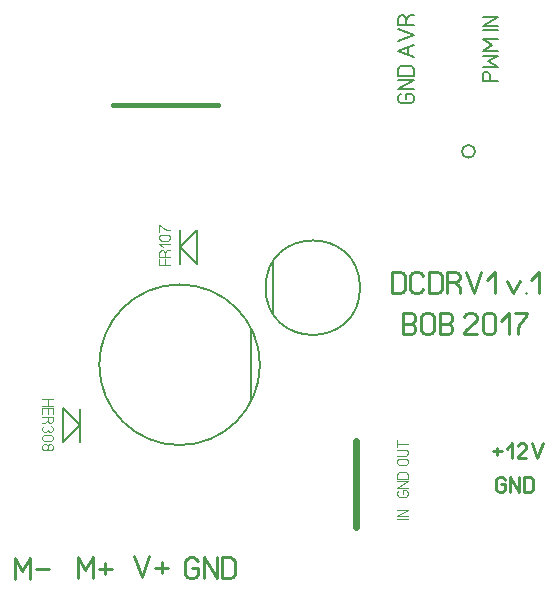
<source format=gbr>
%FSLAX32Y32*%
%MOMM*%
%LNBESTUECKUNG2*%
G71*
G01*
%ADD10C, 0.15*%
%ADD11C, 0.17*%
%ADD12C, 0.11*%
%ADD13C, 0.22*%
%ADD14C, 0.20*%
%ADD15C, 0.60*%
%ADD16C, 0.40*%
%LPD*%
G54D10*
G75*
G01X4239Y3646D02*
G03X4239Y3646I0J55D01*
G01*
G54D11*
X4491Y4295D02*
X4358Y4295D01*
X4358Y4345D01*
X4366Y4365D01*
X4383Y4375D01*
X4399Y4375D01*
X4416Y4365D01*
X4424Y4345D01*
X4424Y4295D01*
G54D11*
X4358Y4412D02*
X4491Y4412D01*
X4408Y4462D01*
X4491Y4512D01*
X4358Y4512D01*
G54D11*
X4491Y4549D02*
X4358Y4549D01*
X4441Y4599D01*
X4358Y4649D01*
X4491Y4649D01*
G54D11*
X4491Y4725D02*
X4358Y4725D01*
G54D11*
X4491Y4762D02*
X4358Y4762D01*
X4491Y4842D01*
X4358Y4842D01*
G54D11*
X3711Y4148D02*
X3711Y4188D01*
X3753Y4188D01*
X3769Y4178D01*
X3778Y4158D01*
X3778Y4138D01*
X3769Y4118D01*
X3753Y4108D01*
X3669Y4108D01*
X3653Y4118D01*
X3644Y4138D01*
X3644Y4158D01*
X3653Y4178D01*
X3669Y4188D01*
G54D11*
X3778Y4225D02*
X3644Y4225D01*
X3778Y4305D01*
X3644Y4305D01*
G54D11*
X3778Y4342D02*
X3644Y4342D01*
X3644Y4392D01*
X3653Y4412D01*
X3669Y4422D01*
X3753Y4422D01*
X3769Y4412D01*
X3778Y4392D01*
X3778Y4342D01*
G54D11*
X3778Y4498D02*
X3644Y4548D01*
X3778Y4598D01*
G54D11*
X3728Y4518D02*
X3728Y4578D01*
G54D11*
X3644Y4635D02*
X3778Y4685D01*
X3644Y4735D01*
G54D11*
X3711Y4812D02*
X3728Y4842D01*
X3744Y4852D01*
X3778Y4852D01*
G54D11*
X3778Y4772D02*
X3644Y4772D01*
X3644Y4822D01*
X3653Y4842D01*
X3669Y4852D01*
X3686Y4852D01*
X3703Y4842D01*
X3711Y4822D01*
X3711Y4772D01*
G54D12*
X3725Y589D02*
X3636Y589D01*
G54D12*
X3725Y613D02*
X3636Y613D01*
X3725Y667D01*
X3636Y667D01*
G54D12*
X3681Y803D02*
X3681Y830D01*
X3709Y830D01*
X3720Y823D01*
X3725Y810D01*
X3725Y796D01*
X3720Y783D01*
X3709Y776D01*
X3653Y776D01*
X3642Y783D01*
X3636Y796D01*
X3636Y810D01*
X3642Y823D01*
X3653Y830D01*
G54D12*
X3725Y853D02*
X3636Y853D01*
X3725Y907D01*
X3636Y907D01*
G54D12*
X3725Y930D02*
X3636Y930D01*
X3636Y964D01*
X3642Y977D01*
X3653Y984D01*
X3709Y984D01*
X3720Y977D01*
X3725Y964D01*
X3725Y930D01*
G54D12*
X3653Y1099D02*
X3709Y1099D01*
X3720Y1093D01*
X3725Y1079D01*
X3725Y1066D01*
X3720Y1053D01*
X3709Y1046D01*
X3653Y1046D01*
X3642Y1053D01*
X3636Y1066D01*
X3636Y1079D01*
X3642Y1093D01*
X3653Y1099D01*
G54D12*
X3636Y1123D02*
X3709Y1123D01*
X3720Y1130D01*
X3725Y1143D01*
X3725Y1156D01*
X3720Y1170D01*
X3709Y1176D01*
X3636Y1176D01*
G54D12*
X3725Y1227D02*
X3636Y1227D01*
G54D12*
X3636Y1200D02*
X3636Y1253D01*
G54D13*
X4445Y1161D02*
X4520Y1161D01*
G54D13*
X4483Y1192D02*
X4483Y1130D01*
G54D13*
X4564Y1184D02*
X4611Y1231D01*
X4611Y1106D01*
G54D13*
X4730Y1106D02*
X4655Y1106D01*
X4655Y1114D01*
X4665Y1130D01*
X4721Y1176D01*
X4730Y1192D01*
X4730Y1207D01*
X4721Y1223D01*
X4702Y1231D01*
X4683Y1231D01*
X4665Y1223D01*
X4655Y1207D01*
G54D13*
X4774Y1231D02*
X4821Y1106D01*
X4868Y1231D01*
G54D14*
X1800Y2747D02*
X1800Y3033D01*
G54D12*
X1712Y2739D02*
X1623Y2739D01*
X1623Y2786D01*
G54D12*
X1667Y2739D02*
X1667Y2786D01*
G54D12*
X1667Y2837D02*
X1678Y2857D01*
X1690Y2863D01*
X1712Y2863D01*
G54D12*
X1712Y2810D02*
X1623Y2810D01*
X1623Y2843D01*
X1628Y2857D01*
X1640Y2863D01*
X1651Y2863D01*
X1662Y2857D01*
X1667Y2843D01*
X1667Y2810D01*
G54D12*
X1656Y2887D02*
X1623Y2920D01*
X1712Y2920D01*
G54D12*
X1640Y2997D02*
X1695Y2997D01*
X1706Y2991D01*
X1712Y2977D01*
X1712Y2964D01*
X1706Y2951D01*
X1695Y2944D01*
X1640Y2944D01*
X1628Y2951D01*
X1623Y2964D01*
X1623Y2977D01*
X1628Y2991D01*
X1640Y2997D01*
G54D12*
X1623Y3021D02*
X1623Y3074D01*
X1634Y3068D01*
X1651Y3054D01*
X1673Y3041D01*
X1690Y3034D01*
X1712Y3034D01*
G54D13*
X396Y84D02*
X396Y262D01*
X463Y151D01*
X530Y262D01*
X530Y84D01*
G54D13*
X578Y162D02*
X685Y162D01*
G54D13*
X1405Y275D02*
X1471Y97D01*
X1538Y275D01*
G54D13*
X1587Y175D02*
X1693Y175D01*
G54D13*
X1640Y220D02*
X1640Y131D01*
G54D13*
X1896Y175D02*
X1950Y175D01*
X1950Y120D01*
X1936Y97D01*
X1910Y86D01*
X1883Y86D01*
X1856Y97D01*
X1843Y120D01*
X1843Y231D01*
X1856Y253D01*
X1883Y264D01*
X1910Y264D01*
X1936Y253D01*
X1950Y231D01*
G54D13*
X1999Y86D02*
X1999Y264D01*
X2106Y86D01*
X2106Y264D01*
G54D13*
X2155Y86D02*
X2155Y264D01*
X2222Y264D01*
X2248Y253D01*
X2262Y231D01*
X2262Y120D01*
X2248Y97D01*
X2222Y86D01*
X2155Y86D01*
G54D12*
X632Y1602D02*
X720Y1602D01*
G54D12*
X632Y1548D02*
X720Y1548D01*
G54D12*
X676Y1602D02*
X676Y1548D01*
G54D12*
X632Y1478D02*
X632Y1525D01*
X720Y1525D01*
X720Y1478D01*
G54D12*
X676Y1525D02*
X676Y1478D01*
G54D12*
X676Y1427D02*
X665Y1407D01*
X654Y1400D01*
X632Y1400D01*
G54D12*
X632Y1454D02*
X720Y1454D01*
X720Y1420D01*
X715Y1407D01*
X704Y1400D01*
X693Y1400D01*
X682Y1407D01*
X676Y1420D01*
X676Y1454D01*
G54D12*
X704Y1377D02*
X715Y1370D01*
X720Y1357D01*
X720Y1343D01*
X715Y1330D01*
X704Y1323D01*
X693Y1323D01*
X682Y1330D01*
X676Y1343D01*
X670Y1330D01*
X659Y1323D01*
X648Y1323D01*
X637Y1330D01*
X632Y1343D01*
X632Y1357D01*
X637Y1370D01*
X648Y1377D01*
G54D12*
X704Y1246D02*
X648Y1246D01*
X637Y1253D01*
X632Y1266D01*
X632Y1280D01*
X637Y1293D01*
X648Y1300D01*
X704Y1300D01*
X715Y1293D01*
X720Y1280D01*
X720Y1266D01*
X715Y1253D01*
X704Y1246D01*
G54D12*
X676Y1189D02*
X676Y1203D01*
X682Y1216D01*
X693Y1223D01*
X704Y1223D01*
X715Y1216D01*
X720Y1203D01*
X720Y1189D01*
X715Y1176D01*
X704Y1169D01*
X693Y1169D01*
X682Y1176D01*
X676Y1189D01*
X670Y1176D01*
X659Y1169D01*
X648Y1169D01*
X637Y1176D01*
X632Y1189D01*
X632Y1203D01*
X637Y1216D01*
X648Y1223D01*
X659Y1223D01*
X670Y1216D01*
X676Y1203D01*
G54D13*
X929Y91D02*
X929Y269D01*
X996Y158D01*
X1062Y269D01*
X1062Y91D01*
G54D13*
X1111Y169D02*
X1218Y169D01*
G54D13*
X1164Y214D02*
X1164Y125D01*
G54D15*
X3285Y523D02*
X3286Y1246D01*
G54D14*
G75*
G01X3321Y2547D02*
G03X3321Y2547I-400J0D01*
G01*
G54D14*
G75*
G01X1113Y1894D02*
G03X1113Y1894I680J0D01*
G01*
G54D14*
X1800Y2889D02*
X1942Y3031D01*
X1942Y2746D01*
X1800Y2889D01*
G54D14*
X948Y1523D02*
X948Y1238D01*
G54D14*
X948Y1382D02*
X805Y1239D01*
X805Y1525D01*
X948Y1382D01*
G54D13*
X3683Y2153D02*
X3683Y2331D01*
X3750Y2331D01*
X3777Y2320D01*
X3790Y2298D01*
X3790Y2276D01*
X3777Y2253D01*
X3750Y2242D01*
X3777Y2231D01*
X3790Y2209D01*
X3790Y2187D01*
X3777Y2165D01*
X3750Y2153D01*
X3683Y2153D01*
G54D13*
X3683Y2242D02*
X3750Y2242D01*
G54D13*
X3946Y2298D02*
X3946Y2187D01*
X3933Y2165D01*
X3906Y2153D01*
X3879Y2153D01*
X3853Y2165D01*
X3839Y2187D01*
X3839Y2298D01*
X3853Y2320D01*
X3879Y2331D01*
X3906Y2331D01*
X3933Y2320D01*
X3946Y2298D01*
G54D13*
X3995Y2153D02*
X3995Y2331D01*
X4062Y2331D01*
X4089Y2320D01*
X4102Y2298D01*
X4102Y2276D01*
X4089Y2253D01*
X4062Y2242D01*
X4089Y2231D01*
X4102Y2209D01*
X4102Y2187D01*
X4089Y2165D01*
X4062Y2153D01*
X3995Y2153D01*
G54D13*
X3995Y2242D02*
X4062Y2242D01*
G54D13*
X4310Y2153D02*
X4203Y2153D01*
X4203Y2165D01*
X4217Y2187D01*
X4297Y2253D01*
X4310Y2276D01*
X4310Y2298D01*
X4297Y2320D01*
X4270Y2331D01*
X4243Y2331D01*
X4217Y2320D01*
X4203Y2298D01*
G54D13*
X4466Y2298D02*
X4466Y2187D01*
X4453Y2165D01*
X4426Y2153D01*
X4399Y2153D01*
X4373Y2165D01*
X4359Y2187D01*
X4359Y2298D01*
X4373Y2320D01*
X4399Y2331D01*
X4426Y2331D01*
X4453Y2320D01*
X4466Y2298D01*
G54D13*
X4515Y2265D02*
X4582Y2331D01*
X4582Y2153D01*
G54D13*
X4631Y2331D02*
X4738Y2331D01*
X4725Y2309D01*
X4698Y2276D01*
X4671Y2231D01*
X4658Y2198D01*
X4658Y2153D01*
G54D13*
X3592Y2503D02*
X3592Y2680D01*
X3659Y2680D01*
X3685Y2669D01*
X3699Y2647D01*
X3699Y2536D01*
X3685Y2514D01*
X3659Y2503D01*
X3592Y2503D01*
G54D13*
X3855Y2536D02*
X3841Y2514D01*
X3815Y2503D01*
X3788Y2503D01*
X3761Y2514D01*
X3748Y2536D01*
X3748Y2647D01*
X3761Y2669D01*
X3788Y2680D01*
X3815Y2680D01*
X3841Y2669D01*
X3855Y2647D01*
G54D13*
X3904Y2503D02*
X3904Y2680D01*
X3971Y2680D01*
X3997Y2669D01*
X4011Y2647D01*
X4011Y2536D01*
X3997Y2514D01*
X3971Y2503D01*
X3904Y2503D01*
G54D13*
X4113Y2592D02*
X4153Y2569D01*
X4167Y2547D01*
X4167Y2503D01*
G54D13*
X4060Y2503D02*
X4060Y2680D01*
X4127Y2680D01*
X4153Y2669D01*
X4167Y2647D01*
X4167Y2625D01*
X4153Y2603D01*
X4127Y2592D01*
X4060Y2592D01*
G54D13*
X4216Y2680D02*
X4283Y2503D01*
X4349Y2680D01*
G54D13*
X4398Y2614D02*
X4465Y2680D01*
X4465Y2503D01*
G54D13*
X4566Y2603D02*
X4619Y2503D01*
X4673Y2603D01*
G54D13*
X4722Y2503D02*
X4722Y2503D01*
G54D13*
X4771Y2614D02*
X4838Y2680D01*
X4838Y2503D01*
G54D14*
X2587Y2769D02*
X2587Y2333D01*
G54D14*
X2397Y2198D02*
X2397Y1594D01*
G54D13*
X4512Y882D02*
X4549Y882D01*
X4549Y843D01*
X4540Y828D01*
X4521Y820D01*
X4503Y820D01*
X4484Y828D01*
X4475Y843D01*
X4475Y921D01*
X4484Y937D01*
X4503Y944D01*
X4521Y944D01*
X4540Y937D01*
X4549Y921D01*
G54D13*
X4594Y820D02*
X4594Y944D01*
X4668Y820D01*
X4668Y944D01*
G54D13*
X4713Y820D02*
X4713Y944D01*
X4759Y944D01*
X4778Y937D01*
X4787Y921D01*
X4787Y843D01*
X4778Y828D01*
X4759Y820D01*
X4713Y820D01*
G54D16*
X2119Y4095D02*
X1230Y4095D01*
M02*

</source>
